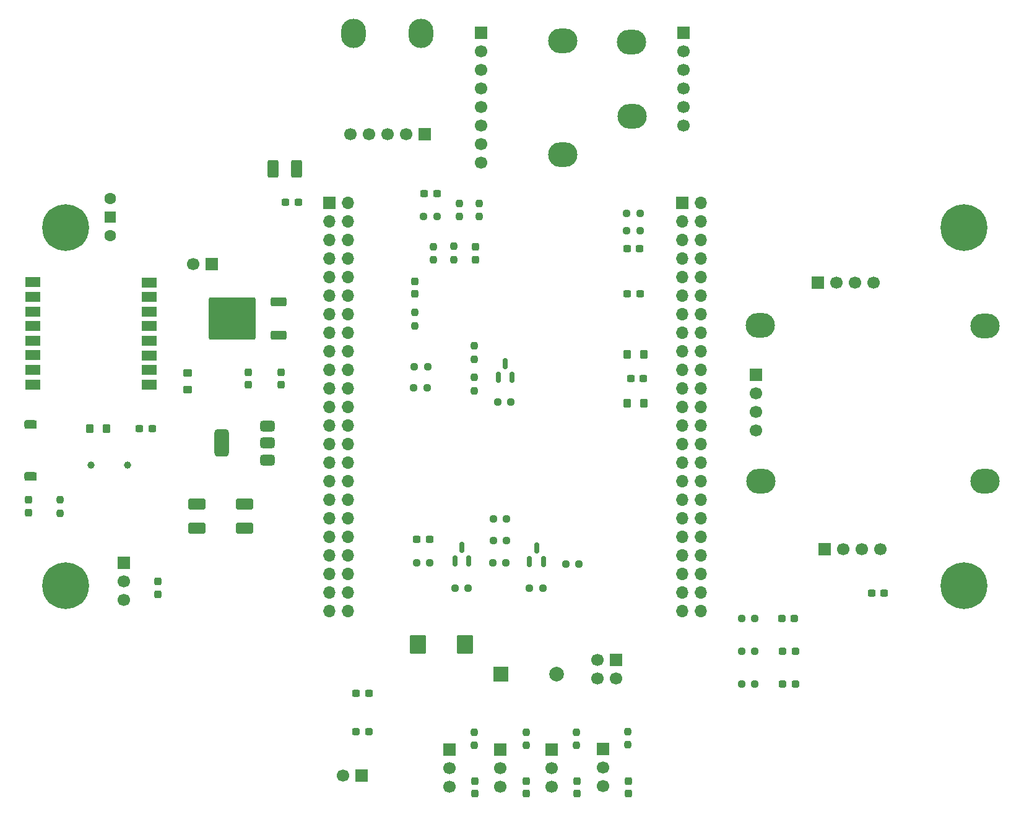
<source format=gbr>
%TF.GenerationSoftware,KiCad,Pcbnew,9.0.2*%
%TF.CreationDate,2025-07-11T17:47:35+09:00*%
%TF.ProjectId,Drone_FC_V1.0,44726f6e-655f-4464-935f-56312e302e6b,rev?*%
%TF.SameCoordinates,Original*%
%TF.FileFunction,Soldermask,Top*%
%TF.FilePolarity,Negative*%
%FSLAX46Y46*%
G04 Gerber Fmt 4.6, Leading zero omitted, Abs format (unit mm)*
G04 Created by KiCad (PCBNEW 9.0.2) date 2025-07-11 17:47:35*
%MOMM*%
%LPD*%
G01*
G04 APERTURE LIST*
G04 Aperture macros list*
%AMRoundRect*
0 Rectangle with rounded corners*
0 $1 Rounding radius*
0 $2 $3 $4 $5 $6 $7 $8 $9 X,Y pos of 4 corners*
0 Add a 4 corners polygon primitive as box body*
4,1,4,$2,$3,$4,$5,$6,$7,$8,$9,$2,$3,0*
0 Add four circle primitives for the rounded corners*
1,1,$1+$1,$2,$3*
1,1,$1+$1,$4,$5*
1,1,$1+$1,$6,$7*
1,1,$1+$1,$8,$9*
0 Add four rect primitives between the rounded corners*
20,1,$1+$1,$2,$3,$4,$5,0*
20,1,$1+$1,$4,$5,$6,$7,0*
20,1,$1+$1,$6,$7,$8,$9,0*
20,1,$1+$1,$8,$9,$2,$3,0*%
G04 Aperture macros list end*
%ADD10C,0.120000*%
%ADD11RoundRect,0.237500X0.237500X-0.250000X0.237500X0.250000X-0.237500X0.250000X-0.237500X-0.250000X0*%
%ADD12RoundRect,0.250001X-0.944999X0.507499X-0.944999X-0.507499X0.944999X-0.507499X0.944999X0.507499X0*%
%ADD13RoundRect,0.237500X-0.250000X-0.237500X0.250000X-0.237500X0.250000X0.237500X-0.250000X0.237500X0*%
%ADD14O,4.000000X3.400000*%
%ADD15R,1.700000X1.700000*%
%ADD16C,1.700000*%
%ADD17RoundRect,0.237500X0.237500X-0.300000X0.237500X0.300000X-0.237500X0.300000X-0.237500X-0.300000X0*%
%ADD18C,3.600000*%
%ADD19C,6.400000*%
%ADD20RoundRect,0.250001X-0.872499X-1.044999X0.872499X-1.044999X0.872499X1.044999X-0.872499X1.044999X0*%
%ADD21R,1.500000X1.500000*%
%ADD22C,1.600000*%
%ADD23C,1.000000*%
%ADD24R,2.000000X1.350000*%
%ADD25RoundRect,0.237500X-0.300000X-0.237500X0.300000X-0.237500X0.300000X0.237500X-0.300000X0.237500X0*%
%ADD26RoundRect,0.237500X0.300000X0.237500X-0.300000X0.237500X-0.300000X-0.237500X0.300000X-0.237500X0*%
%ADD27RoundRect,0.237500X-0.237500X0.300000X-0.237500X-0.300000X0.237500X-0.300000X0.237500X0.300000X0*%
%ADD28RoundRect,0.282500X0.537500X-0.282500X0.537500X0.282500X-0.537500X0.282500X-0.537500X-0.282500X0*%
%ADD29RoundRect,0.287500X0.532500X-0.287500X0.532500X0.287500X-0.532500X0.287500X-0.532500X-0.287500X0*%
%ADD30RoundRect,0.237500X0.237500X-0.287500X0.237500X0.287500X-0.237500X0.287500X-0.237500X-0.287500X0*%
%ADD31RoundRect,0.237500X-0.237500X0.250000X-0.237500X-0.250000X0.237500X-0.250000X0.237500X0.250000X0*%
%ADD32RoundRect,0.237500X0.287500X0.237500X-0.287500X0.237500X-0.287500X-0.237500X0.287500X-0.237500X0*%
%ADD33RoundRect,0.150000X0.150000X-0.587500X0.150000X0.587500X-0.150000X0.587500X-0.150000X-0.587500X0*%
%ADD34RoundRect,0.250000X0.275000X0.350000X-0.275000X0.350000X-0.275000X-0.350000X0.275000X-0.350000X0*%
%ADD35RoundRect,0.375000X0.625000X0.375000X-0.625000X0.375000X-0.625000X-0.375000X0.625000X-0.375000X0*%
%ADD36RoundRect,0.500000X0.500000X1.400000X-0.500000X1.400000X-0.500000X-1.400000X0.500000X-1.400000X0*%
%ADD37RoundRect,0.250000X0.850000X0.350000X-0.850000X0.350000X-0.850000X-0.350000X0.850000X-0.350000X0*%
%ADD38RoundRect,0.249997X2.950003X2.650003X-2.950003X2.650003X-2.950003X-2.650003X2.950003X-2.650003X0*%
%ADD39RoundRect,0.237500X0.250000X0.237500X-0.250000X0.237500X-0.250000X-0.237500X0.250000X-0.237500X0*%
%ADD40O,3.400000X4.000000*%
%ADD41RoundRect,0.250000X-0.275000X-0.350000X0.275000X-0.350000X0.275000X0.350000X-0.275000X0.350000X0*%
%ADD42O,1.700000X1.700000*%
%ADD43RoundRect,0.250000X0.350000X-0.275000X0.350000X0.275000X-0.350000X0.275000X-0.350000X-0.275000X0*%
%ADD44RoundRect,0.250001X0.507499X0.944999X-0.507499X0.944999X-0.507499X-0.944999X0.507499X-0.944999X0*%
%ADD45R,2.000000X2.000000*%
%ADD46C,2.000000*%
G04 APERTURE END LIST*
%TO.C,SW1*%
D10*
X83460000Y-95904000D02*
X84984000Y-95904000D01*
X84984000Y-94888000D01*
X83460000Y-94888000D01*
X83460000Y-95904000D01*
X83460000Y-103016000D02*
X84984000Y-103016000D01*
X84984000Y-102000000D01*
X83460000Y-102000000D01*
X83460000Y-103016000D01*
%TD*%
D11*
%TO.C,R22*%
X142110000Y-72892500D03*
X142110000Y-71067500D03*
%TD*%
%TO.C,R1*%
X136830000Y-81940000D03*
X136830000Y-80115000D03*
%TD*%
D12*
%TO.C,C3*%
X107000000Y-106372500D03*
X107000000Y-109627500D03*
%TD*%
D13*
%TO.C,R15*%
X157410000Y-114522500D03*
X159235000Y-114522500D03*
%TD*%
D14*
%TO.C,U8*%
X166445000Y-43100000D03*
X166470000Y-53275000D03*
D15*
X173520000Y-41850000D03*
D16*
X173520000Y-44390000D03*
X173520000Y-46930000D03*
X173520000Y-49470000D03*
X173520000Y-52010000D03*
X173520000Y-54550000D03*
%TD*%
D17*
%TO.C,C14*%
X145120000Y-72892500D03*
X145120000Y-71167500D03*
%TD*%
D18*
%TO.C,H2*%
X211894444Y-68499999D03*
D19*
X211894444Y-68499999D03*
%TD*%
D20*
%TO.C,C15*%
X137220000Y-125550000D03*
X143635000Y-125550000D03*
%TD*%
D15*
%TO.C,J11*%
X162539415Y-139881642D03*
D16*
X162539415Y-142421642D03*
X162539415Y-144961642D03*
%TD*%
D21*
%TO.C,SW2*%
X95120000Y-67090000D03*
D22*
X95120000Y-69630000D03*
X95120000Y-64550000D03*
%TD*%
D23*
%TO.C,TP2*%
X97500000Y-101000000D03*
%TD*%
D24*
%TO.C,U6*%
X84510000Y-75975000D03*
X84510000Y-77975000D03*
X84510000Y-79975000D03*
X84510000Y-81975000D03*
X84510000Y-83975000D03*
X84510000Y-85975000D03*
X84510000Y-87975000D03*
X84510000Y-89975000D03*
X100510000Y-90000000D03*
X100510000Y-88000000D03*
X100510000Y-86000000D03*
X100510000Y-84000000D03*
X100510000Y-82000000D03*
X100510000Y-80000000D03*
X100510000Y-78000000D03*
X100510000Y-76000000D03*
%TD*%
D13*
%TO.C,R16*%
X147530000Y-108362500D03*
X149355000Y-108362500D03*
%TD*%
%TO.C,R17*%
X147450000Y-114417500D03*
X149275000Y-114417500D03*
%TD*%
D11*
%TO.C,R2*%
X88246206Y-107578441D03*
X88246206Y-105753441D03*
%TD*%
D25*
%TO.C,C7*%
X165857500Y-77590000D03*
X167582500Y-77590000D03*
%TD*%
D26*
%TO.C,C10*%
X168050000Y-89200000D03*
X166325000Y-89200000D03*
%TD*%
D15*
%TO.C,J6*%
X164270000Y-127650000D03*
D16*
X164270000Y-130190000D03*
X161730000Y-127650000D03*
X161730000Y-130190000D03*
%TD*%
D15*
%TO.C,J8*%
X141500000Y-139920000D03*
D16*
X141500000Y-142460000D03*
X141500000Y-145000000D03*
%TD*%
D27*
%TO.C,C17*%
X101640000Y-116957500D03*
X101640000Y-118682500D03*
%TD*%
D12*
%TO.C,C5*%
X113500000Y-106372500D03*
X113500000Y-109627500D03*
%TD*%
D25*
%TO.C,C16*%
X165810000Y-71360000D03*
X167535000Y-71360000D03*
%TD*%
D28*
%TO.C,SW1*%
X84225000Y-102500000D03*
D29*
X84220000Y-95405000D03*
%TD*%
D13*
%TO.C,R4*%
X136647500Y-90410000D03*
X138472500Y-90410000D03*
%TD*%
D30*
%TO.C,D6*%
X145000000Y-146000000D03*
X145000000Y-144250000D03*
%TD*%
D25*
%TO.C,C12*%
X137057500Y-111147500D03*
X138782500Y-111147500D03*
%TD*%
D15*
%TO.C,J9*%
X148500000Y-139920000D03*
D16*
X148500000Y-142460000D03*
X148500000Y-145000000D03*
%TD*%
D31*
%TO.C,R9*%
X152020000Y-137557500D03*
X152020000Y-139382500D03*
%TD*%
D13*
%TO.C,R7*%
X181457500Y-122020000D03*
X183282500Y-122020000D03*
%TD*%
D30*
%TO.C,D7*%
X152000000Y-146000000D03*
X152000000Y-144250000D03*
%TD*%
%TO.C,D9*%
X166000000Y-146000000D03*
X166000000Y-144250000D03*
%TD*%
D11*
%TO.C,R12*%
X145560000Y-67002500D03*
X145560000Y-65177500D03*
%TD*%
D32*
%TO.C,D1*%
X130500000Y-137500000D03*
X128750000Y-137500000D03*
%TD*%
D13*
%TO.C,R5*%
X181457500Y-131000000D03*
X183282500Y-131000000D03*
%TD*%
D33*
%TO.C,Q3*%
X148180000Y-88987500D03*
X150080000Y-88987500D03*
X149130000Y-87112500D03*
%TD*%
D14*
%TO.C,U4*%
X156990000Y-42935000D03*
X156990000Y-58510000D03*
D15*
X145890000Y-41860000D03*
D16*
X145890000Y-44400000D03*
X145890000Y-46940000D03*
X145890000Y-49480000D03*
X145890000Y-52020000D03*
X145890000Y-54560000D03*
X145890000Y-57100000D03*
X145890000Y-59640000D03*
%TD*%
D31*
%TO.C,R28*%
X144920000Y-84680000D03*
X144920000Y-86505000D03*
%TD*%
D13*
%TO.C,R6*%
X181460000Y-126520000D03*
X183285000Y-126520000D03*
%TD*%
D34*
%TO.C,FB3*%
X168090000Y-92560000D03*
X165790000Y-92560000D03*
%TD*%
D35*
%TO.C,U1*%
X116650000Y-100300000D03*
X116650000Y-98000000D03*
D36*
X110350000Y-98000000D03*
D35*
X116650000Y-95700000D03*
%TD*%
D33*
%TO.C,Q2*%
X152480000Y-114230000D03*
X154380000Y-114230000D03*
X153430000Y-112355000D03*
%TD*%
D25*
%TO.C,C11*%
X138077500Y-63880000D03*
X139802500Y-63880000D03*
%TD*%
D13*
%TO.C,R27*%
X137035000Y-114387500D03*
X138860000Y-114387500D03*
%TD*%
%TO.C,R20*%
X142255000Y-117880000D03*
X144080000Y-117880000D03*
%TD*%
%TO.C,R19*%
X147505000Y-111312500D03*
X149330000Y-111312500D03*
%TD*%
D17*
%TO.C,C6*%
X118500000Y-90000000D03*
X118500000Y-88275000D03*
%TD*%
D15*
%TO.C,J4*%
X191880000Y-76000000D03*
D16*
X194420000Y-76000000D03*
X196960000Y-76000000D03*
X199500000Y-76000000D03*
%TD*%
D31*
%TO.C,R11*%
X165930000Y-137465000D03*
X165930000Y-139290000D03*
%TD*%
D15*
%TO.C,J7*%
X97000000Y-114420000D03*
D16*
X97000000Y-116960000D03*
X97000000Y-119500000D03*
%TD*%
D25*
%TO.C,C13*%
X99150000Y-96000000D03*
X100875000Y-96000000D03*
%TD*%
D37*
%TO.C,U2*%
X118125000Y-83255000D03*
D38*
X111825000Y-80975000D03*
D37*
X118125000Y-78695000D03*
%TD*%
D31*
%TO.C,R13*%
X142910000Y-65187500D03*
X142910000Y-67012500D03*
%TD*%
D15*
%TO.C,J1*%
X192880000Y-112500000D03*
D16*
X195420000Y-112500000D03*
X197960000Y-112500000D03*
X200500000Y-112500000D03*
%TD*%
D11*
%TO.C,R26*%
X144910000Y-90842500D03*
X144910000Y-89017500D03*
%TD*%
D32*
%TO.C,D3*%
X188850000Y-131010000D03*
X187100000Y-131010000D03*
%TD*%
D13*
%TO.C,R14*%
X138000000Y-67000000D03*
X139825000Y-67000000D03*
%TD*%
D18*
%TO.C,H3*%
X211894444Y-117553823D03*
D19*
X211894444Y-117553823D03*
%TD*%
D15*
%TO.C,J3*%
X109000000Y-73500000D03*
D16*
X106460000Y-73500000D03*
%TD*%
D39*
%TO.C,R23*%
X167575000Y-68960000D03*
X165750000Y-68960000D03*
%TD*%
%TO.C,R3*%
X138530000Y-87570000D03*
X136705000Y-87570000D03*
%TD*%
D18*
%TO.C,H1*%
X89000000Y-117553823D03*
D19*
X89000000Y-117553823D03*
%TD*%
D40*
%TO.C,U5*%
X137601890Y-41955378D03*
X128401890Y-41955378D03*
D15*
X138106890Y-55755378D03*
D16*
X135566890Y-55755378D03*
X133026890Y-55755378D03*
X130486890Y-55755378D03*
X127946890Y-55755378D03*
%TD*%
D13*
%TO.C,R18*%
X152487500Y-117890000D03*
X154312500Y-117890000D03*
%TD*%
D30*
%TO.C,D2*%
X84000000Y-107500000D03*
X84000000Y-105750000D03*
%TD*%
D17*
%TO.C,C4*%
X114000000Y-90000000D03*
X114000000Y-88275000D03*
%TD*%
D31*
%TO.C,R21*%
X139360000Y-71087500D03*
X139360000Y-72912500D03*
%TD*%
D26*
%TO.C,300R/1608*%
X130490269Y-132272078D03*
X128765269Y-132272078D03*
%TD*%
D30*
%TO.C,D8*%
X159000000Y-146000000D03*
X159000000Y-144250000D03*
%TD*%
D41*
%TO.C,FB2*%
X92350000Y-96000000D03*
X94650000Y-96000000D03*
%TD*%
D31*
%TO.C,R10*%
X158930000Y-137552500D03*
X158930000Y-139377500D03*
%TD*%
D15*
%TO.C,J2*%
X129500000Y-143500000D03*
D16*
X126960000Y-143500000D03*
%TD*%
D15*
%TO.C,J5*%
X125125000Y-65100000D03*
D42*
X127665000Y-65100000D03*
X125125000Y-67640000D03*
X127665000Y-67640000D03*
X125125000Y-70180000D03*
X127665000Y-70180000D03*
X125125000Y-72720000D03*
X127665000Y-72720000D03*
X125125000Y-75260000D03*
X127665000Y-75260000D03*
X125125000Y-77800000D03*
X127665000Y-77800000D03*
X125125000Y-80340000D03*
X127665000Y-80340000D03*
X125125000Y-82880000D03*
X127665000Y-82880000D03*
X125125000Y-85420000D03*
X127665000Y-85420000D03*
X125125000Y-87960000D03*
X127665000Y-87960000D03*
X125125000Y-90500000D03*
X127665000Y-90500000D03*
X125125000Y-93040000D03*
X127665000Y-93040000D03*
X125125000Y-95580000D03*
X127665000Y-95580000D03*
X125125000Y-98120000D03*
X127665000Y-98120000D03*
X125125000Y-100660000D03*
X127665000Y-100660000D03*
X125125000Y-103200000D03*
X127665000Y-103200000D03*
X125125000Y-105740000D03*
X127665000Y-105740000D03*
X125125000Y-108280000D03*
X127665000Y-108280000D03*
X125125000Y-110820000D03*
X127665000Y-110820000D03*
X125125000Y-113360000D03*
X127665000Y-113360000D03*
X125125000Y-115900000D03*
X127665000Y-115900000D03*
X125125000Y-118440000D03*
X127665000Y-118440000D03*
X125125000Y-120980000D03*
X127665000Y-120980000D03*
D15*
X173385000Y-65100000D03*
D42*
X175925000Y-65100000D03*
X173385000Y-67640000D03*
X175925000Y-67640000D03*
X173385000Y-70180000D03*
X175925000Y-70180000D03*
X173385000Y-72720000D03*
X175925000Y-72720000D03*
X173385000Y-75260000D03*
X175925000Y-75260000D03*
X173385000Y-77800000D03*
X175925000Y-77800000D03*
X173385000Y-80340000D03*
X175925000Y-80340000D03*
X173385000Y-82880000D03*
X175925000Y-82880000D03*
X173385000Y-85420000D03*
X175925000Y-85420000D03*
X173385000Y-87960000D03*
X175925000Y-87960000D03*
X173385000Y-90500000D03*
X175925000Y-90500000D03*
X173385000Y-93040000D03*
X175925000Y-93040000D03*
X173385000Y-95580000D03*
X175925000Y-95580000D03*
X173385000Y-98120000D03*
X175925000Y-98120000D03*
X173385000Y-100660000D03*
X175925000Y-100660000D03*
X173385000Y-103200000D03*
X175925000Y-103200000D03*
X173385000Y-105740000D03*
X175925000Y-105740000D03*
X173385000Y-108280000D03*
X175925000Y-108280000D03*
X173385000Y-110820000D03*
X175925000Y-110820000D03*
X173385000Y-113360000D03*
X175925000Y-113360000D03*
X173385000Y-115900000D03*
X175925000Y-115900000D03*
X173385000Y-118440000D03*
X175925000Y-118440000D03*
X173385000Y-120980000D03*
X175925000Y-120980000D03*
%TD*%
D14*
%TO.C,U3*%
X184100000Y-103250000D03*
X214800000Y-103250000D03*
X214800000Y-81950000D03*
X184050000Y-81900000D03*
D15*
X183450000Y-88640000D03*
D16*
X183450000Y-91180000D03*
X183450000Y-93720000D03*
X183450000Y-96260000D03*
%TD*%
D33*
%TO.C,Q1*%
X142260000Y-114157500D03*
X144160000Y-114157500D03*
X143210000Y-112282500D03*
%TD*%
D43*
%TO.C,FB4*%
X105700000Y-90660000D03*
X105700000Y-88360000D03*
%TD*%
D26*
%TO.C,C8*%
X120862500Y-65000000D03*
X119137500Y-65000000D03*
%TD*%
D17*
%TO.C,C1*%
X136830000Y-77575000D03*
X136830000Y-75850000D03*
%TD*%
D31*
%TO.C,R8*%
X144950000Y-137557500D03*
X144950000Y-139382500D03*
%TD*%
D39*
%TO.C,R25*%
X149950000Y-92350000D03*
X148125000Y-92350000D03*
%TD*%
D18*
%TO.C,H4*%
X89000000Y-68500000D03*
D19*
X89000000Y-68500000D03*
%TD*%
D13*
%TO.C,R24*%
X165757500Y-66540000D03*
X167582500Y-66540000D03*
%TD*%
D44*
%TO.C,C9*%
X120627500Y-60500000D03*
X117372500Y-60500000D03*
%TD*%
D34*
%TO.C,FB1*%
X168100000Y-85840000D03*
X165800000Y-85840000D03*
%TD*%
D45*
%TO.C,BZ1*%
X148580000Y-129640000D03*
D46*
X156180000Y-129640000D03*
%TD*%
D26*
%TO.C,C2*%
X201000000Y-118500000D03*
X199275000Y-118500000D03*
%TD*%
D23*
%TO.C,TP1*%
X92500000Y-101000000D03*
%TD*%
D15*
%TO.C,J10*%
X155500000Y-139960000D03*
D16*
X155500000Y-142500000D03*
X155500000Y-145040000D03*
%TD*%
D32*
%TO.C,D5*%
X188725000Y-122010000D03*
X186975000Y-122010000D03*
%TD*%
%TO.C,D4*%
X188850000Y-126510000D03*
X187100000Y-126510000D03*
%TD*%
M02*

</source>
